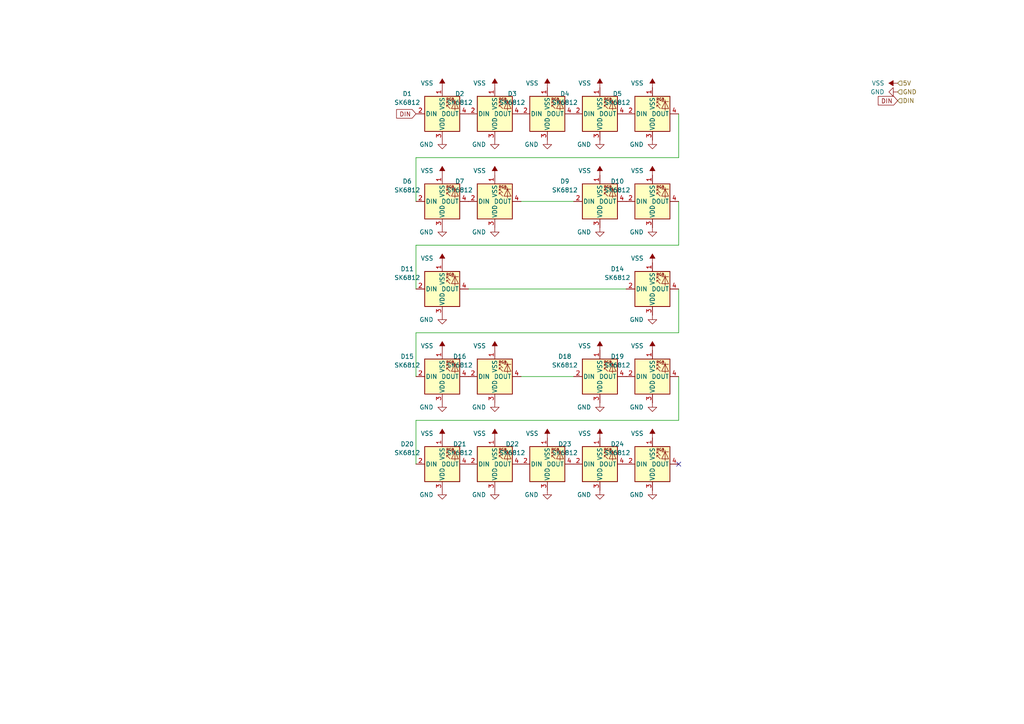
<source format=kicad_sch>
(kicad_sch (version 20211123) (generator eeschema)
  (paper "A4")
  (lib_symbols
    (symbol "LED:SK6812" (pin_names (offset 0.254))
      (property "Reference" "D" (at 5.08 5.715 0))
      (property "Value" "SK6812" (at 1.27 -5.715 0))
      (symbol "SK6812_0_0"
        (text "RGB" (at 2.286 -4.191 0) (effects (font (size 0.762 0.762))))
      )
      (symbol "SK6812_0_1"
        (polyline (pts (xy 1.27 -3.556) (xy 1.778 -3.556)))
        (polyline (pts (xy 1.27 -2.54) (xy 1.778 -2.54)))
        (polyline (pts (xy 4.699 -3.556) (xy 2.667 -3.556)))
        (polyline (pts (xy 2.286 -2.54) (xy 1.27 -3.556) (xy 1.27 -3.048)))
        (polyline (pts (xy 2.286 -1.524) (xy 1.27 -2.54) (xy 1.27 -2.032)))
        (polyline (pts (xy 3.683 -1.016) (xy 3.683 -3.556) (xy 3.683 -4.064)))
        (polyline (pts (xy 4.699 -1.524) (xy 2.667 -1.524) (xy 3.683 -3.556) (xy 4.699 -1.524)))
        (rectangle (start 5.08 5.08) (end -5.08 -5.08) (stroke (width 0.254)) (fill (type background)))
      )
      (symbol "SK6812_1_1"
        (pin power_in line (at 0 -7.62 90) (length 2.54) (name "VSS") (number "1"))
        (pin input line (at -7.62 0 0) (length 2.54) (name "DIN") (number "2"))
        (pin power_in line (at 0 7.62 270) (length 2.54) (name "VDD") (number "3"))
        (pin output line (at 7.62 0 180) (length 2.54) (name "DOUT") (number "4"))
      )
    )
    (symbol "power:GND" (power) (pin_names (offset 0))
      (property "Value" "GND" (at 0 -3.81 0))
      (symbol "GND_0_1"
        (polyline (pts (xy 0 0) (xy 0 -1.27) (xy 1.27 -1.27) (xy 0 -2.54) (xy -1.27 -1.27) (xy 0 -1.27)))
      )
      (symbol "GND_1_1"
        (pin power_in line (at 0 0 270) (length 0) hide (name "GND") (number "1"))
      )
    )
    (symbol "power:VSS" (power) (pin_names (offset 0))
      (property "Value" "VSS" (at 0 3.81 0))
      (symbol "VSS_0_1"
        (polyline (pts (xy 0 0) (xy 0 2.54)))
        (polyline (pts (xy 0.762 1.27) (xy -0.762 1.27) (xy 0 2.54) (xy 0.762 1.27)) (fill (type outline)))
      )
      (symbol "VSS_1_1"
        (pin power_in line (at 0 0 90) (length 0) hide (name "VSS") (number "1"))
      )
    )
  )
  (no_connect (at 196.85 134.62))
  (wire (pts (xy 120.65 71.12) (xy 196.85 71.12)))
  (wire (pts (xy 120.65 121.92) (xy 196.85 121.92)))
  (wire (pts (xy 196.85 45.72) (xy 196.85 33.02)))
  (wire (pts (xy 151.13 109.22) (xy 166.37 109.22)))
  (wire (pts (xy 120.65 134.62) (xy 120.65 121.92)))
  (wire (pts (xy 120.65 109.22) (xy 120.65 96.52)))
  (wire (pts (xy 196.85 96.52) (xy 196.85 83.82)))
  (wire (pts (xy 120.65 96.52) (xy 196.85 96.52)))
  (wire (pts (xy 120.65 45.72) (xy 196.85 45.72)))
  (wire (pts (xy 120.65 58.42) (xy 120.65 45.72)))
  (wire (pts (xy 151.13 58.42) (xy 166.37 58.42)))
  (wire (pts (xy 196.85 71.12) (xy 196.85 58.42)))
  (wire (pts (xy 196.85 121.92) (xy 196.85 109.22)))
  (wire (pts (xy 120.65 83.82) (xy 120.65 71.12)))
  (wire (pts (xy 135.89 83.82) (xy 181.61 83.82)))
  (global_label "DIN" (shape input) (at 260.35 29.21 180) (property "Intersheet References" "${INTERSHEET_REFS}" (effects hide)))
  (global_label "DIN" (shape input) (at 120.65 33.02 180) (property "Intersheet References" "${INTERSHEET_REFS}" (effects hide)))
  (hierarchical_label "DIN" (shape input) (at 260.35 29.21 0))
  (hierarchical_label "GND" (shape input) (at 260.35 26.67 0))
  (hierarchical_label "5V" (shape input) (at 260.35 24.13 0))
  (symbol (lib_id "power:VSS") (at 189.23 127 0) (mirror y) (unit 1)
    (property "Reference" "#PWR043" (effects hide))
    (property "Value" "VSS" (at 186.69 125.7299 0) (effects (justify left)))
  )
  (symbol (lib_id "power:VSS") (at 189.23 50.8 0) (mirror y) (unit 1)
    (property "Reference" "#PWR015" (effects hide))
    (property "Value" "VSS" (at 186.69 49.5299 0) (effects (justify left)))
  )
  (symbol (lib_id "power:GND") (at 173.99 66.04 0) (mirror y) (unit 1)
    (property "Reference" "#PWR019" (effects hide))
    (property "Value" "GND" (at 171.45 67.3099 0) (effects (justify left)))
  )
  (symbol (lib_id "LED:SK6812") (at 143.51 58.42 0) (mirror x) (unit 1)
    (property "Reference" "D7" (at 133.35 52.5905 0))
    (property "Value" "SK6812" (at 133.35 55.1305 0))
    (property "Footprint" "LED_SMD:LED_SK6812_PLCC4_5.0x5.0mm_P3.2mm" (effects hide))
    (property "Datasheet" "https://cdn-shop.adafruit.com/product-files/1138/SK6812+LED+datasheet+.pdf" (effects hide))
  )
  (symbol (lib_id "LED:SK6812") (at 143.51 134.62 0) (mirror x) (unit 1)
    (property "Reference" "D21" (at 133.35 128.7905 0))
    (property "Value" "SK6812" (at 133.35 131.3305 0))
    (property "Footprint" "LED_SMD:LED_SK6812_PLCC4_5.0x5.0mm_P3.2mm" (effects hide))
    (property "Datasheet" "https://cdn-shop.adafruit.com/product-files/1138/SK6812+LED+datasheet+.pdf" (effects hide))
  )
  (symbol (lib_id "power:VSS") (at 128.27 25.4 0) (mirror y) (unit 1)
    (property "Reference" "#PWR01" (effects hide))
    (property "Value" "VSS" (at 125.73 24.1299 0) (effects (justify left)))
  )
  (symbol (lib_id "power:VSS") (at 143.51 50.8 0) (mirror y) (unit 1)
    (property "Reference" "#PWR012" (effects hide))
    (property "Value" "VSS" (at 140.97 49.5299 0) (effects (justify left)))
  )
  (symbol (lib_id "power:VSS") (at 143.51 101.6 0) (mirror y) (unit 1)
    (property "Reference" "#PWR030" (effects hide))
    (property "Value" "VSS" (at 140.97 100.3299 0) (effects (justify left)))
  )
  (symbol (lib_id "power:VSS") (at 189.23 76.2 0) (mirror y) (unit 1)
    (property "Reference" "#PWR024" (effects hide))
    (property "Value" "VSS" (at 186.69 74.9299 0) (effects (justify left)))
  )
  (symbol (lib_id "power:VSS") (at 173.99 50.8 0) (mirror y) (unit 1)
    (property "Reference" "#PWR014" (effects hide))
    (property "Value" "VSS" (at 171.45 49.5299 0) (effects (justify left)))
  )
  (symbol (lib_id "power:VSS") (at 189.23 101.6 0) (mirror y) (unit 1)
    (property "Reference" "#PWR033" (effects hide))
    (property "Value" "VSS" (at 186.69 100.3299 0) (effects (justify left)))
  )
  (symbol (lib_id "power:VSS") (at 143.51 127 0) (mirror y) (unit 1)
    (property "Reference" "#PWR040" (effects hide))
    (property "Value" "VSS" (at 140.97 125.7299 0) (effects (justify left)))
  )
  (symbol (lib_id "LED:SK6812") (at 128.27 83.82 0) (mirror x) (unit 1)
    (property "Reference" "D11" (at 118.11 77.9905 0))
    (property "Value" "SK6812" (at 118.11 80.5305 0))
    (property "Footprint" "LED_SMD:LED_SK6812_PLCC4_5.0x5.0mm_P3.2mm" (effects hide))
    (property "Datasheet" "https://cdn-shop.adafruit.com/product-files/1138/SK6812+LED+datasheet+.pdf" (effects hide))
  )
  (symbol (lib_id "LED:SK6812") (at 173.99 33.02 0) (mirror x) (unit 1)
    (property "Reference" "D4" (at 163.83 27.1905 0))
    (property "Value" "SK6812" (at 163.83 29.7305 0))
    (property "Footprint" "LED_SMD:LED_SK6812_PLCC4_5.0x5.0mm_P3.2mm" (effects hide))
    (property "Datasheet" "https://cdn-shop.adafruit.com/product-files/1138/SK6812+LED+datasheet+.pdf" (effects hide))
  )
  (symbol (lib_id "power:VSS") (at 158.75 25.4 0) (mirror y) (unit 1)
    (property "Reference" "#PWR03" (effects hide))
    (property "Value" "VSS" (at 156.21 24.1299 0) (effects (justify left)))
  )
  (symbol (lib_id "power:VSS") (at 173.99 25.4 0) (mirror y) (unit 1)
    (property "Reference" "#PWR04" (effects hide))
    (property "Value" "VSS" (at 171.45 24.1299 0) (effects (justify left)))
  )
  (symbol (lib_id "power:GND") (at 143.51 66.04 0) (mirror y) (unit 1)
    (property "Reference" "#PWR017" (effects hide))
    (property "Value" "GND" (at 140.97 67.3099 0) (effects (justify left)))
  )
  (symbol (lib_id "power:GND") (at 173.99 40.64 0) (mirror y) (unit 1)
    (property "Reference" "#PWR09" (effects hide))
    (property "Value" "GND" (at 171.45 41.9099 0) (effects (justify left)))
  )
  (symbol (lib_id "power:VSS") (at 173.99 127 0) (mirror y) (unit 1)
    (property "Reference" "#PWR042" (effects hide))
    (property "Value" "VSS" (at 171.45 125.7299 0) (effects (justify left)))
  )
  (symbol (lib_id "LED:SK6812") (at 189.23 83.82 0) (mirror x) (unit 1)
    (property "Reference" "D14" (at 179.07 77.9905 0))
    (property "Value" "SK6812" (at 179.07 80.5305 0))
    (property "Footprint" "LED_SMD:LED_SK6812_PLCC4_5.0x5.0mm_P3.2mm" (effects hide))
    (property "Datasheet" "https://cdn-shop.adafruit.com/product-files/1138/SK6812+LED+datasheet+.pdf" (effects hide))
  )
  (symbol (lib_id "power:VSS") (at 260.35 24.13 90) (unit 1)
    (property "Reference" "#PWR0141" (effects hide))
    (property "Value" "VSS" (at 256.54 24.1299 90) (effects (justify left)))
  )
  (symbol (lib_id "power:GND") (at 189.23 142.24 0) (mirror y) (unit 1)
    (property "Reference" "#PWR048" (effects hide))
    (property "Value" "GND" (at 186.69 143.5099 0) (effects (justify left)))
  )
  (symbol (lib_id "LED:SK6812") (at 128.27 58.42 0) (mirror x) (unit 1)
    (property "Reference" "D6" (at 118.11 52.5905 0))
    (property "Value" "SK6812" (at 118.11 55.1305 0))
    (property "Footprint" "LED_SMD:LED_SK6812_PLCC4_5.0x5.0mm_P3.2mm" (effects hide))
    (property "Datasheet" "https://cdn-shop.adafruit.com/product-files/1138/SK6812+LED+datasheet+.pdf" (effects hide))
  )
  (symbol (lib_id "power:GND") (at 143.51 142.24 0) (mirror y) (unit 1)
    (property "Reference" "#PWR045" (effects hide))
    (property "Value" "GND" (at 140.97 143.5099 0) (effects (justify left)))
  )
  (symbol (lib_id "LED:SK6812") (at 158.75 33.02 0) (mirror x) (unit 1)
    (property "Reference" "D3" (at 148.59 27.1905 0))
    (property "Value" "SK6812" (at 148.59 29.7305 0))
    (property "Footprint" "LED_SMD:LED_SK6812_PLCC4_5.0x5.0mm_P3.2mm" (effects hide))
    (property "Datasheet" "https://cdn-shop.adafruit.com/product-files/1138/SK6812+LED+datasheet+.pdf" (effects hide))
  )
  (symbol (lib_id "power:GND") (at 158.75 142.24 0) (mirror y) (unit 1)
    (property "Reference" "#PWR046" (effects hide))
    (property "Value" "GND" (at 156.21 143.5099 0) (effects (justify left)))
  )
  (symbol (lib_id "LED:SK6812") (at 173.99 58.42 0) (mirror x) (unit 1)
    (property "Reference" "D9" (at 163.83 52.5905 0))
    (property "Value" "SK6812" (at 163.83 55.1305 0))
    (property "Footprint" "LED_SMD:LED_SK6812_PLCC4_5.0x5.0mm_P3.2mm" (effects hide))
    (property "Datasheet" "https://cdn-shop.adafruit.com/product-files/1138/SK6812+LED+datasheet+.pdf" (effects hide))
  )
  (symbol (lib_id "power:GND") (at 143.51 40.64 0) (mirror y) (unit 1)
    (property "Reference" "#PWR07" (effects hide))
    (property "Value" "GND" (at 140.97 41.9099 0) (effects (justify left)))
  )
  (symbol (lib_id "power:GND") (at 189.23 40.64 0) (mirror y) (unit 1)
    (property "Reference" "#PWR010" (effects hide))
    (property "Value" "GND" (at 186.69 41.9099 0) (effects (justify left)))
  )
  (symbol (lib_id "LED:SK6812") (at 189.23 58.42 0) (mirror x) (unit 1)
    (property "Reference" "D10" (at 179.07 52.5905 0))
    (property "Value" "SK6812" (at 179.07 55.1305 0))
    (property "Footprint" "LED_SMD:LED_SK6812_PLCC4_5.0x5.0mm_P3.2mm" (effects hide))
    (property "Datasheet" "https://cdn-shop.adafruit.com/product-files/1138/SK6812+LED+datasheet+.pdf" (effects hide))
  )
  (symbol (lib_id "LED:SK6812") (at 173.99 109.22 0) (mirror x) (unit 1)
    (property "Reference" "D18" (at 163.83 103.3905 0))
    (property "Value" "SK6812" (at 163.83 105.9305 0))
    (property "Footprint" "LED_SMD:LED_SK6812_PLCC4_5.0x5.0mm_P3.2mm" (effects hide))
    (property "Datasheet" "https://cdn-shop.adafruit.com/product-files/1138/SK6812+LED+datasheet+.pdf" (effects hide))
  )
  (symbol (lib_id "LED:SK6812") (at 143.51 109.22 0) (mirror x) (unit 1)
    (property "Reference" "D16" (at 133.35 103.3905 0))
    (property "Value" "SK6812" (at 133.35 105.9305 0))
    (property "Footprint" "LED_SMD:LED_SK6812_PLCC4_5.0x5.0mm_P3.2mm" (effects hide))
    (property "Datasheet" "https://cdn-shop.adafruit.com/product-files/1138/SK6812+LED+datasheet+.pdf" (effects hide))
  )
  (symbol (lib_id "power:VSS") (at 128.27 127 0) (mirror y) (unit 1)
    (property "Reference" "#PWR039" (effects hide))
    (property "Value" "VSS" (at 125.73 125.7299 0) (effects (justify left)))
  )
  (symbol (lib_id "power:GND") (at 128.27 66.04 0) (mirror y) (unit 1)
    (property "Reference" "#PWR016" (effects hide))
    (property "Value" "GND" (at 125.73 67.3099 0) (effects (justify left)))
  )
  (symbol (lib_id "power:VSS") (at 128.27 76.2 0) (mirror y) (unit 1)
    (property "Reference" "#PWR021" (effects hide))
    (property "Value" "VSS" (at 125.73 74.9299 0) (effects (justify left)))
  )
  (symbol (lib_id "power:VSS") (at 143.51 25.4 0) (mirror y) (unit 1)
    (property "Reference" "#PWR02" (effects hide))
    (property "Value" "VSS" (at 140.97 24.1299 0) (effects (justify left)))
  )
  (symbol (lib_id "power:VSS") (at 189.23 25.4 0) (mirror y) (unit 1)
    (property "Reference" "#PWR05" (effects hide))
    (property "Value" "VSS" (at 186.69 24.1299 0) (effects (justify left)))
  )
  (symbol (lib_id "power:VSS") (at 173.99 101.6 0) (mirror y) (unit 1)
    (property "Reference" "#PWR032" (effects hide))
    (property "Value" "VSS" (at 171.45 100.3299 0) (effects (justify left)))
  )
  (symbol (lib_id "power:VSS") (at 128.27 50.8 0) (mirror y) (unit 1)
    (property "Reference" "#PWR011" (effects hide))
    (property "Value" "VSS" (at 125.73 49.5299 0) (effects (justify left)))
  )
  (symbol (lib_id "power:GND") (at 128.27 142.24 0) (mirror y) (unit 1)
    (property "Reference" "#PWR044" (effects hide))
    (property "Value" "GND" (at 125.73 143.5099 0) (effects (justify left)))
  )
  (symbol (lib_id "power:GND") (at 260.35 26.67 270) (unit 1)
    (property "Reference" "#PWR0142" (effects hide))
    (property "Value" "GND" (at 256.54 26.6699 90) (effects (justify right)))
  )
  (symbol (lib_id "power:GND") (at 173.99 116.84 0) (mirror y) (unit 1)
    (property "Reference" "#PWR037" (effects hide))
    (property "Value" "GND" (at 171.45 118.1099 0) (effects (justify left)))
  )
  (symbol (lib_id "power:GND") (at 158.75 40.64 0) (mirror y) (unit 1)
    (property "Reference" "#PWR08" (effects hide))
    (property "Value" "GND" (at 156.21 41.9099 0) (effects (justify left)))
  )
  (symbol (lib_id "power:GND") (at 128.27 40.64 0) (mirror y) (unit 1)
    (property "Reference" "#PWR06" (effects hide))
    (property "Value" "GND" (at 125.73 41.9099 0) (effects (justify left)))
  )
  (symbol (lib_id "LED:SK6812") (at 128.27 134.62 0) (mirror x) (unit 1)
    (property "Reference" "D20" (at 118.11 128.7905 0))
    (property "Value" "SK6812" (at 118.11 131.3305 0))
    (property "Footprint" "LED_SMD:LED_SK6812_PLCC4_5.0x5.0mm_P3.2mm" (effects hide))
    (property "Datasheet" "https://cdn-shop.adafruit.com/product-files/1138/SK6812+LED+datasheet+.pdf" (effects hide))
  )
  (symbol (lib_id "power:GND") (at 189.23 116.84 0) (mirror y) (unit 1)
    (property "Reference" "#PWR038" (effects hide))
    (property "Value" "GND" (at 186.69 118.1099 0) (effects (justify left)))
  )
  (symbol (lib_id "power:VSS") (at 158.75 127 0) (mirror y) (unit 1)
    (property "Reference" "#PWR041" (effects hide))
    (property "Value" "VSS" (at 156.21 125.7299 0) (effects (justify left)))
  )
  (symbol (lib_id "LED:SK6812") (at 128.27 109.22 0) (mirror x) (unit 1)
    (property "Reference" "D15" (at 118.11 103.3905 0))
    (property "Value" "SK6812" (at 118.11 105.9305 0))
    (property "Footprint" "LED_SMD:LED_SK6812_PLCC4_5.0x5.0mm_P3.2mm" (effects hide))
    (property "Datasheet" "https://cdn-shop.adafruit.com/product-files/1138/SK6812+LED+datasheet+.pdf" (effects hide))
  )
  (symbol (lib_id "power:GND") (at 128.27 116.84 0) (mirror y) (unit 1)
    (property "Reference" "#PWR034" (effects hide))
    (property "Value" "GND" (at 125.73 118.1099 0) (effects (justify left)))
  )
  (symbol (lib_id "power:VSS") (at 128.27 101.6 0) (mirror y) (unit 1)
    (property "Reference" "#PWR029" (effects hide))
    (property "Value" "VSS" (at 125.73 100.3299 0) (effects (justify left)))
  )
  (symbol (lib_id "power:GND") (at 189.23 91.44 0) (mirror y) (unit 1)
    (property "Reference" "#PWR028" (effects hide))
    (property "Value" "GND" (at 186.69 92.7099 0) (effects (justify left)))
  )
  (symbol (lib_id "power:GND") (at 128.27 91.44 0) (mirror y) (unit 1)
    (property "Reference" "#PWR025" (effects hide))
    (property "Value" "GND" (at 125.73 92.7099 0) (effects (justify left)))
  )
  (symbol (lib_id "power:GND") (at 173.99 142.24 0) (mirror y) (unit 1)
    (property "Reference" "#PWR047" (effects hide))
    (property "Value" "GND" (at 171.45 143.5099 0) (effects (justify left)))
  )
  (symbol (lib_id "power:GND") (at 143.51 116.84 0) (mirror y) (unit 1)
    (property "Reference" "#PWR035" (effects hide))
    (property "Value" "GND" (at 140.97 118.1099 0) (effects (justify left)))
  )
  (symbol (lib_id "LED:SK6812") (at 189.23 134.62 0) (mirror x) (unit 1)
    (property "Reference" "D24" (at 179.07 128.7905 0))
    (property "Value" "SK6812" (at 179.07 131.3305 0))
    (property "Footprint" "LED_SMD:LED_SK6812_PLCC4_5.0x5.0mm_P3.2mm" (effects hide))
    (property "Datasheet" "https://cdn-shop.adafruit.com/product-files/1138/SK6812+LED+datasheet+.pdf" (effects hide))
  )
  (symbol (lib_id "LED:SK6812") (at 158.75 134.62 0) (mirror x) (unit 1)
    (property "Reference" "D22" (at 148.59 128.7905 0))
    (property "Value" "SK6812" (at 148.59 131.3305 0))
    (property "Footprint" "LED_SMD:LED_SK6812_PLCC4_5.0x5.0mm_P3.2mm" (effects hide))
    (property "Datasheet" "https://cdn-shop.adafruit.com/product-files/1138/SK6812+LED+datasheet+.pdf" (effects hide))
  )
  (symbol (lib_id "LED:SK6812") (at 189.23 33.02 0) (mirror x) (unit 1)
    (property "Reference" "D5" (at 179.07 27.1905 0))
    (property "Value" "SK6812" (at 179.07 29.7305 0))
    (property "Footprint" "LED_SMD:LED_SK6812_PLCC4_5.0x5.0mm_P3.2mm" (effects hide))
    (property "Datasheet" "https://cdn-shop.adafruit.com/product-files/1138/SK6812+LED+datasheet+.pdf" (effects hide))
  )
  (symbol (lib_id "LED:SK6812") (at 189.23 109.22 0) (mirror x) (unit 1)
    (property "Reference" "D19" (at 179.07 103.3905 0))
    (property "Value" "SK6812" (at 179.07 105.9305 0))
    (property "Footprint" "LED_SMD:LED_SK6812_PLCC4_5.0x5.0mm_P3.2mm" (effects hide))
    (property "Datasheet" "https://cdn-shop.adafruit.com/product-files/1138/SK6812+LED+datasheet+.pdf" (effects hide))
  )
  (symbol (lib_id "power:GND") (at 189.23 66.04 0) (mirror y) (unit 1)
    (property "Reference" "#PWR020" (effects hide))
    (property "Value" "GND" (at 186.69 67.3099 0) (effects (justify left)))
  )
  (symbol (lib_id "LED:SK6812") (at 128.27 33.02 0) (mirror x) (unit 1)
    (property "Reference" "D1" (at 118.11 27.1905 0))
    (property "Value" "SK6812" (at 118.11 29.7305 0))
    (property "Footprint" "LED_SMD:LED_SK6812_PLCC4_5.0x5.0mm_P3.2mm" (effects hide))
    (property "Datasheet" "https://cdn-shop.adafruit.com/product-files/1138/SK6812+LED+datasheet+.pdf" (effects hide))
  )
  (symbol (lib_id "LED:SK6812") (at 143.51 33.02 0) (mirror x) (unit 1)
    (property "Reference" "D2" (at 133.35 27.1905 0))
    (property "Value" "SK6812" (at 133.35 29.7305 0))
    (property "Footprint" "LED_SMD:LED_SK6812_PLCC4_5.0x5.0mm_P3.2mm" (effects hide))
    (property "Datasheet" "https://cdn-shop.adafruit.com/product-files/1138/SK6812+LED+datasheet+.pdf" (effects hide))
  )
  (symbol (lib_id "LED:SK6812") (at 173.99 134.62 0) (mirror x) (unit 1)
    (property "Reference" "D23" (at 163.83 128.7905 0))
    (property "Value" "SK6812" (at 163.83 131.3305 0))
    (property "Footprint" "LED_SMD:LED_SK6812_PLCC4_5.0x5.0mm_P3.2mm" (effects hide))
    (property "Datasheet" "https://cdn-shop.adafruit.com/product-files/1138/SK6812+LED+datasheet+.pdf" (effects hide))
  )
)
</source>
